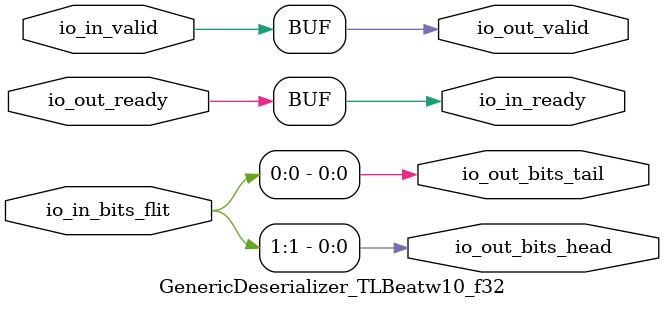
<source format=sv>
module GenericDeserializer_TLBeatw10_f32(	// @[generators/testchipip/src/main/scala/serdes/Serdes.scala:37:7]
  output        io_in_ready,	// @[generators/testchipip/src/main/scala/serdes/Serdes.scala:39:14]
  input         io_in_valid,	// @[generators/testchipip/src/main/scala/serdes/Serdes.scala:39:14]
  input  [31:0] io_in_bits_flit,	// @[generators/testchipip/src/main/scala/serdes/Serdes.scala:39:14]
  input         io_out_ready,	// @[generators/testchipip/src/main/scala/serdes/Serdes.scala:39:14]
  output        io_out_valid,	// @[generators/testchipip/src/main/scala/serdes/Serdes.scala:39:14]
  output        io_out_bits_head,	// @[generators/testchipip/src/main/scala/serdes/Serdes.scala:39:14]
  output        io_out_bits_tail	// @[generators/testchipip/src/main/scala/serdes/Serdes.scala:39:14]
);

  assign io_in_ready = io_out_ready;	// @[generators/testchipip/src/main/scala/serdes/Serdes.scala:37:7]
  assign io_out_valid = io_in_valid;	// @[generators/testchipip/src/main/scala/serdes/Serdes.scala:37:7]
  assign io_out_bits_head = io_in_bits_flit[1];	// @[generators/testchipip/src/main/scala/serdes/Serdes.scala:37:7, :54:29]
  assign io_out_bits_tail = io_in_bits_flit[0];	// @[generators/testchipip/src/main/scala/serdes/Serdes.scala:37:7, :54:29]
endmodule


</source>
